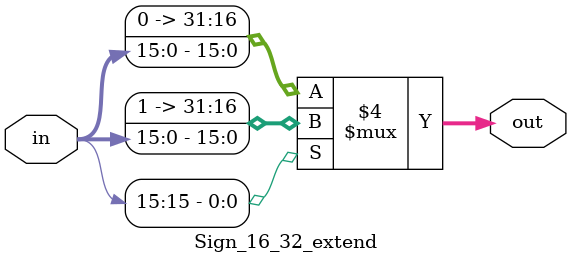
<source format=v>
`timescale 1ns / 1ps
module Sign_16_32_extend(input [15:0] in, output reg [31:0] out);

	always @(*) begin
		if(in[15] == 1) begin
			out = {16'b1111111111111111 , in}; 
		end else begin
			out = {16'b0000000000000000 ,in};
		end
	end
	
endmodule

</source>
